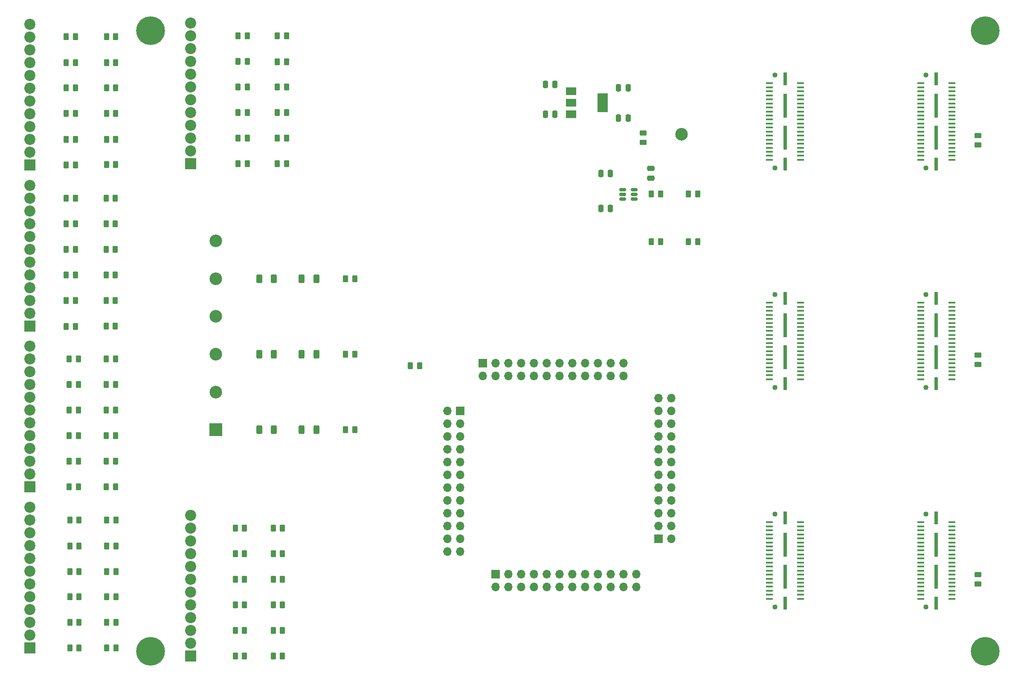
<source format=gbr>
%TF.GenerationSoftware,KiCad,Pcbnew,7.0.7*%
%TF.CreationDate,2023-08-23T16:32:02-04:00*%
%TF.ProjectId,Mux64,4d757836-342e-46b6-9963-61645f706362,rev?*%
%TF.SameCoordinates,Original*%
%TF.FileFunction,Soldermask,Top*%
%TF.FilePolarity,Negative*%
%FSLAX46Y46*%
G04 Gerber Fmt 4.6, Leading zero omitted, Abs format (unit mm)*
G04 Created by KiCad (PCBNEW 7.0.7) date 2023-08-23 16:32:02*
%MOMM*%
%LPD*%
G01*
G04 APERTURE LIST*
G04 Aperture macros list*
%AMRoundRect*
0 Rectangle with rounded corners*
0 $1 Rounding radius*
0 $2 $3 $4 $5 $6 $7 $8 $9 X,Y pos of 4 corners*
0 Add a 4 corners polygon primitive as box body*
4,1,4,$2,$3,$4,$5,$6,$7,$8,$9,$2,$3,0*
0 Add four circle primitives for the rounded corners*
1,1,$1+$1,$2,$3*
1,1,$1+$1,$4,$5*
1,1,$1+$1,$6,$7*
1,1,$1+$1,$8,$9*
0 Add four rect primitives between the rounded corners*
20,1,$1+$1,$2,$3,$4,$5,0*
20,1,$1+$1,$4,$5,$6,$7,0*
20,1,$1+$1,$6,$7,$8,$9,0*
20,1,$1+$1,$8,$9,$2,$3,0*%
G04 Aperture macros list end*
%ADD10R,1.700000X1.700000*%
%ADD11O,1.700000X1.700000*%
%ADD12RoundRect,0.250000X0.262500X0.450000X-0.262500X0.450000X-0.262500X-0.450000X0.262500X-0.450000X0*%
%ADD13R,2.500000X2.500000*%
%ADD14C,2.500000*%
%ADD15RoundRect,0.250000X0.312500X0.625000X-0.312500X0.625000X-0.312500X-0.625000X0.312500X-0.625000X0*%
%ADD16RoundRect,0.250000X0.250000X0.475000X-0.250000X0.475000X-0.250000X-0.475000X0.250000X-0.475000X0*%
%ADD17RoundRect,0.150000X-0.512500X-0.150000X0.512500X-0.150000X0.512500X0.150000X-0.512500X0.150000X0*%
%ADD18RoundRect,0.250000X0.450000X-0.262500X0.450000X0.262500X-0.450000X0.262500X-0.450000X-0.262500X0*%
%ADD19RoundRect,0.250000X-0.250000X-0.475000X0.250000X-0.475000X0.250000X0.475000X-0.250000X0.475000X0*%
%ADD20RoundRect,0.250000X-0.262500X-0.450000X0.262500X-0.450000X0.262500X0.450000X-0.262500X0.450000X0*%
%ADD21RoundRect,0.250000X-0.475000X0.250000X-0.475000X-0.250000X0.475000X-0.250000X0.475000X0.250000X0*%
%ADD22R,2.200000X2.200000*%
%ADD23C,2.200000*%
%ADD24R,2.000000X1.500000*%
%ADD25R,2.000000X3.800000*%
%ADD26C,1.020000*%
%ADD27R,1.450000X0.460000*%
%ADD28R,0.640000X2.540000*%
%ADD29R,0.640000X4.700000*%
%ADD30C,5.700000*%
%ADD31RoundRect,0.250000X-0.450000X0.262500X-0.450000X-0.262500X0.450000X-0.262500X0.450000X0.262500X0*%
G04 APERTURE END LIST*
D10*
%TO.C,J9*%
X185840000Y-129310000D03*
D11*
X188380000Y-129310000D03*
X185840000Y-126770000D03*
X188380000Y-126770000D03*
X185840000Y-124230000D03*
X188380000Y-124230000D03*
X185840000Y-121690000D03*
X188380000Y-121690000D03*
X185840000Y-119150000D03*
X188380000Y-119150000D03*
X185840000Y-116610000D03*
X188380000Y-116610000D03*
X185840000Y-114070000D03*
X188380000Y-114070000D03*
X185840000Y-111530000D03*
X188380000Y-111530000D03*
X185840000Y-108990000D03*
X188380000Y-108990000D03*
X185840000Y-106450000D03*
X188380000Y-106450000D03*
X185840000Y-103910000D03*
X188380000Y-103910000D03*
X185840000Y-101370000D03*
X188380000Y-101370000D03*
%TD*%
D10*
%TO.C,J10*%
X150915000Y-94385000D03*
D11*
X150915000Y-96925000D03*
X153455000Y-94385000D03*
X153455000Y-96925000D03*
X155995000Y-94385000D03*
X155995000Y-96925000D03*
X158535000Y-94385000D03*
X158535000Y-96925000D03*
X161075000Y-94385000D03*
X161075000Y-96925000D03*
X163615000Y-94385000D03*
X163615000Y-96925000D03*
X166155000Y-94385000D03*
X166155000Y-96925000D03*
X168695000Y-94385000D03*
X168695000Y-96925000D03*
X171235000Y-94385000D03*
X171235000Y-96925000D03*
X173775000Y-94385000D03*
X173775000Y-96925000D03*
X176315000Y-94385000D03*
X176315000Y-96925000D03*
X178855000Y-94385000D03*
X178855000Y-96925000D03*
%TD*%
D10*
%TO.C,J8*%
X153455000Y-136295000D03*
D11*
X153455000Y-138835000D03*
X155995000Y-136295000D03*
X155995000Y-138835000D03*
X158535000Y-136295000D03*
X158535000Y-138835000D03*
X161075000Y-136295000D03*
X161075000Y-138835000D03*
X163615000Y-136295000D03*
X163615000Y-138835000D03*
X166155000Y-136295000D03*
X166155000Y-138835000D03*
X168695000Y-136295000D03*
X168695000Y-138835000D03*
X171235000Y-136295000D03*
X171235000Y-138835000D03*
X173775000Y-136295000D03*
X173775000Y-138835000D03*
X176315000Y-136295000D03*
X176315000Y-138835000D03*
X178855000Y-136295000D03*
X178855000Y-138835000D03*
X181395000Y-136295000D03*
X181395000Y-138835000D03*
%TD*%
D10*
%TO.C,J7*%
X146470000Y-103910000D03*
D11*
X143930000Y-103910000D03*
X146470000Y-106450000D03*
X143930000Y-106450000D03*
X146470000Y-108990000D03*
X143930000Y-108990000D03*
X146470000Y-111530000D03*
X143930000Y-111530000D03*
X146470000Y-114070000D03*
X143930000Y-114070000D03*
X146470000Y-116610000D03*
X143930000Y-116610000D03*
X146470000Y-119150000D03*
X143930000Y-119150000D03*
X146470000Y-121690000D03*
X143930000Y-121690000D03*
X146470000Y-124230000D03*
X143930000Y-124230000D03*
X146470000Y-126770000D03*
X143930000Y-126770000D03*
X146470000Y-129310000D03*
X143930000Y-129310000D03*
X146470000Y-131850000D03*
X143930000Y-131850000D03*
%TD*%
D12*
%TO.C,R46*%
X111152500Y-147490000D03*
X109327500Y-147490000D03*
%TD*%
%TO.C,R98*%
X78045000Y-29590000D03*
X76220000Y-29590000D03*
%TD*%
%TO.C,R39*%
X78002500Y-118943600D03*
X76177500Y-118943600D03*
%TD*%
D13*
%TO.C,J12*%
X97920000Y-107640000D03*
D14*
X97920000Y-100140000D03*
X97920000Y-92640000D03*
X97920000Y-85140000D03*
X97920000Y-77640000D03*
X97920000Y-70140000D03*
%TD*%
D15*
%TO.C,R22*%
X109477500Y-77680000D03*
X106552500Y-77680000D03*
%TD*%
D16*
%TO.C,C1*%
X165270000Y-45020000D03*
X163370000Y-45020000D03*
%TD*%
D12*
%TO.C,R108*%
X70052500Y-39750000D03*
X68227500Y-39750000D03*
%TD*%
D17*
%TO.C,U2*%
X178672500Y-59970000D03*
X178672500Y-60920000D03*
X178672500Y-61870000D03*
X180947500Y-61870000D03*
X180947500Y-60920000D03*
X180947500Y-59970000D03*
%TD*%
D18*
%TO.C,R2*%
X249230000Y-49227500D03*
X249230000Y-51052500D03*
%TD*%
D12*
%TO.C,R97*%
X78045000Y-34710000D03*
X76220000Y-34710000D03*
%TD*%
%TO.C,R58*%
X103622500Y-147500000D03*
X101797500Y-147500000D03*
%TD*%
D19*
%TO.C,C3*%
X177870000Y-39720000D03*
X179770000Y-39720000D03*
%TD*%
D12*
%TO.C,R84*%
X70052500Y-71820000D03*
X68227500Y-71820000D03*
%TD*%
%TO.C,R109*%
X70052500Y-34720000D03*
X68227500Y-34720000D03*
%TD*%
%TO.C,R82*%
X70052500Y-81970000D03*
X68227500Y-81970000D03*
%TD*%
%TO.C,R29*%
X70752500Y-140842800D03*
X68927500Y-140842800D03*
%TD*%
D15*
%TO.C,R14*%
X109477500Y-107660000D03*
X106552500Y-107660000D03*
%TD*%
%TO.C,R12*%
X117867500Y-92620000D03*
X114942500Y-92620000D03*
%TD*%
D12*
%TO.C,R70*%
X77970000Y-81940000D03*
X76145000Y-81940000D03*
%TD*%
D20*
%TO.C,R5*%
X191739500Y-70317000D03*
X193564500Y-70317000D03*
%TD*%
D12*
%TO.C,R92*%
X111952500Y-34550000D03*
X110127500Y-34550000D03*
%TD*%
D15*
%TO.C,R11*%
X117867500Y-107660000D03*
X114942500Y-107660000D03*
%TD*%
D12*
%TO.C,R27*%
X70752500Y-151002800D03*
X68927500Y-151002800D03*
%TD*%
%TO.C,R40*%
X111152500Y-152550000D03*
X109327500Y-152550000D03*
%TD*%
D21*
%TO.C,C8*%
X184320000Y-55770000D03*
X184320000Y-57670000D03*
%TD*%
D16*
%TO.C,C5*%
X176270000Y-56720000D03*
X174370000Y-56720000D03*
%TD*%
D12*
%TO.C,R64*%
X77970000Y-87080000D03*
X76145000Y-87080000D03*
%TD*%
%TO.C,R48*%
X111152500Y-137340000D03*
X109327500Y-137340000D03*
%TD*%
%TO.C,R16*%
X78112500Y-145938800D03*
X76287500Y-145938800D03*
%TD*%
%TO.C,R28*%
X70752500Y-145922800D03*
X68927500Y-145922800D03*
%TD*%
%TO.C,R55*%
X70662500Y-98651000D03*
X68837500Y-98651000D03*
%TD*%
%TO.C,R42*%
X78002500Y-108825800D03*
X76177500Y-108825800D03*
%TD*%
%TO.C,R18*%
X78112500Y-135804200D03*
X76287500Y-135804200D03*
%TD*%
D22*
%TO.C,J16*%
X61040000Y-87030000D03*
D23*
X61040000Y-84490000D03*
X61040000Y-81950000D03*
X61040000Y-79410000D03*
X61040000Y-76870000D03*
X61040000Y-74330000D03*
X61040000Y-71790000D03*
X61040000Y-69250000D03*
X61040000Y-66710000D03*
X61040000Y-64170000D03*
X61040000Y-61630000D03*
X61040000Y-59090000D03*
%TD*%
D24*
%TO.C,U1*%
X168420000Y-40420000D03*
X168420000Y-42720000D03*
D25*
X174720000Y-42720000D03*
D24*
X168420000Y-45020000D03*
%TD*%
D12*
%TO.C,R87*%
X111952500Y-54830000D03*
X110127500Y-54830000D03*
%TD*%
D26*
%TO.C,J1*%
X238910000Y-142870000D03*
X238910000Y-124390000D03*
D27*
X237860000Y-141230000D03*
X244040000Y-141230000D03*
X237860000Y-140430000D03*
X244040000Y-140430000D03*
X237860000Y-139630000D03*
X244040000Y-139630000D03*
X237860000Y-138830000D03*
X244040000Y-138830000D03*
X237860000Y-138030000D03*
X244040000Y-138030000D03*
X237860000Y-137230000D03*
X244040000Y-137230000D03*
X237860000Y-136430000D03*
X244040000Y-136430000D03*
X237860000Y-135630000D03*
X244040000Y-135630000D03*
X237860000Y-134830000D03*
X244040000Y-134830000D03*
X237860000Y-134030000D03*
X244040000Y-134030000D03*
X237860000Y-133230000D03*
X244040000Y-133230000D03*
X237860000Y-132430000D03*
X244040000Y-132430000D03*
X237860000Y-131630000D03*
X244040000Y-131630000D03*
X237860000Y-130830000D03*
X244040000Y-130830000D03*
X237860000Y-130030000D03*
X244040000Y-130030000D03*
X237860000Y-129230000D03*
X244040000Y-129230000D03*
X237860000Y-128430000D03*
X244040000Y-128430000D03*
X237860000Y-127630000D03*
X244040000Y-127630000D03*
X237860000Y-126830000D03*
X244040000Y-126830000D03*
X237860000Y-126030000D03*
X244040000Y-126030000D03*
D28*
X240950000Y-142075000D03*
D29*
X240950000Y-136805000D03*
X240950000Y-130455000D03*
D28*
X240950000Y-125185000D03*
%TD*%
D12*
%TO.C,R90*%
X111952500Y-44670000D03*
X110127500Y-44670000D03*
%TD*%
%TO.C,R106*%
X70052500Y-49950000D03*
X68227500Y-49950000D03*
%TD*%
D15*
%TO.C,R21*%
X109477500Y-92620000D03*
X106552500Y-92620000D03*
%TD*%
D18*
%TO.C,R3*%
X249230000Y-94662500D03*
X249230000Y-92837500D03*
%TD*%
D12*
%TO.C,R94*%
X78045000Y-49940000D03*
X76220000Y-49940000D03*
%TD*%
%TO.C,R17*%
X78112500Y-140858800D03*
X76287500Y-140858800D03*
%TD*%
D22*
%TO.C,J13*%
X61030000Y-118970000D03*
D23*
X61030000Y-116430000D03*
X61030000Y-113890000D03*
X61030000Y-111350000D03*
X61030000Y-108810000D03*
X61030000Y-106270000D03*
X61030000Y-103730000D03*
X61030000Y-101190000D03*
X61030000Y-98650000D03*
X61030000Y-96110000D03*
X61030000Y-93570000D03*
X61030000Y-91030000D03*
%TD*%
D14*
%TO.C,TP1*%
X190350000Y-48930000D03*
%TD*%
D30*
%TO.C,H2*%
X85000000Y-151680000D03*
%TD*%
D12*
%TO.C,R59*%
X103622500Y-142400000D03*
X101797500Y-142400000D03*
%TD*%
%TO.C,R107*%
X70052500Y-44850000D03*
X68227500Y-44850000D03*
%TD*%
%TO.C,R23*%
X138380000Y-94920000D03*
X136555000Y-94920000D03*
%TD*%
%TO.C,R103*%
X104182500Y-34520000D03*
X102357500Y-34520000D03*
%TD*%
%TO.C,R54*%
X70662500Y-103733400D03*
X68837500Y-103733400D03*
%TD*%
D16*
%TO.C,C2*%
X165270000Y-39020000D03*
X163370000Y-39020000D03*
%TD*%
D12*
%TO.C,R32*%
X70752500Y-125602800D03*
X68927500Y-125602800D03*
%TD*%
%TO.C,R57*%
X103622500Y-152560000D03*
X101797500Y-152560000D03*
%TD*%
%TO.C,R8*%
X125527500Y-107660000D03*
X123702500Y-107660000D03*
%TD*%
D22*
%TO.C,J11*%
X61022500Y-151001000D03*
D23*
X61022500Y-148461000D03*
X61022500Y-145921000D03*
X61022500Y-143381000D03*
X61022500Y-140841000D03*
X61022500Y-138301000D03*
X61022500Y-135761000D03*
X61022500Y-133221000D03*
X61022500Y-130681000D03*
X61022500Y-128141000D03*
X61022500Y-125601000D03*
X61022500Y-123061000D03*
%TD*%
D12*
%TO.C,R60*%
X103622500Y-137350000D03*
X101797500Y-137350000D03*
%TD*%
%TO.C,R15*%
X78112500Y-151018800D03*
X76287500Y-151018800D03*
%TD*%
D31*
%TO.C,R24*%
X182790000Y-48717500D03*
X182790000Y-50542500D03*
%TD*%
D12*
%TO.C,R85*%
X70052500Y-66740000D03*
X68227500Y-66740000D03*
%TD*%
%TO.C,R50*%
X111152500Y-127160000D03*
X109327500Y-127160000D03*
%TD*%
D30*
%TO.C,H1*%
X250700000Y-151680000D03*
%TD*%
D12*
%TO.C,R30*%
X70752500Y-135788200D03*
X68927500Y-135788200D03*
%TD*%
%TO.C,R62*%
X103622500Y-127170000D03*
X101797500Y-127170000D03*
%TD*%
%TO.C,R6*%
X186223900Y-70317000D03*
X184398900Y-70317000D03*
%TD*%
%TO.C,R99*%
X104182500Y-54800000D03*
X102357500Y-54800000D03*
%TD*%
%TO.C,R20*%
X78112500Y-125618800D03*
X76287500Y-125618800D03*
%TD*%
D15*
%TO.C,R13*%
X117867500Y-77680000D03*
X114942500Y-77680000D03*
%TD*%
D12*
%TO.C,R61*%
X103622500Y-132240000D03*
X101797500Y-132240000D03*
%TD*%
%TO.C,R95*%
X78045000Y-44840000D03*
X76220000Y-44840000D03*
%TD*%
%TO.C,R71*%
X77970000Y-76870000D03*
X76145000Y-76870000D03*
%TD*%
%TO.C,R53*%
X70662500Y-108825800D03*
X68837500Y-108825800D03*
%TD*%
D22*
%TO.C,J18*%
X61050000Y-55030000D03*
D23*
X61050000Y-52490000D03*
X61050000Y-49950000D03*
X61050000Y-47410000D03*
X61050000Y-44870000D03*
X61050000Y-42330000D03*
X61050000Y-39790000D03*
X61050000Y-37250000D03*
X61050000Y-34710000D03*
X61050000Y-32170000D03*
X61050000Y-29630000D03*
X61050000Y-27090000D03*
%TD*%
D26*
%TO.C,J4*%
X208910000Y-55670000D03*
X208910000Y-37190000D03*
D27*
X207860000Y-54030000D03*
X214040000Y-54030000D03*
X207860000Y-53230000D03*
X214040000Y-53230000D03*
X207860000Y-52430000D03*
X214040000Y-52430000D03*
X207860000Y-51630000D03*
X214040000Y-51630000D03*
X207860000Y-50830000D03*
X214040000Y-50830000D03*
X207860000Y-50030000D03*
X214040000Y-50030000D03*
X207860000Y-49230000D03*
X214040000Y-49230000D03*
X207860000Y-48430000D03*
X214040000Y-48430000D03*
X207860000Y-47630000D03*
X214040000Y-47630000D03*
X207860000Y-46830000D03*
X214040000Y-46830000D03*
X207860000Y-46030000D03*
X214040000Y-46030000D03*
X207860000Y-45230000D03*
X214040000Y-45230000D03*
X207860000Y-44430000D03*
X214040000Y-44430000D03*
X207860000Y-43630000D03*
X214040000Y-43630000D03*
X207860000Y-42830000D03*
X214040000Y-42830000D03*
X207860000Y-42030000D03*
X214040000Y-42030000D03*
X207860000Y-41230000D03*
X214040000Y-41230000D03*
X207860000Y-40430000D03*
X214040000Y-40430000D03*
X207860000Y-39630000D03*
X214040000Y-39630000D03*
X207860000Y-38830000D03*
X214040000Y-38830000D03*
D28*
X210950000Y-54875000D03*
D29*
X210950000Y-49605000D03*
X210950000Y-43255000D03*
D28*
X210950000Y-37985000D03*
%TD*%
D12*
%TO.C,R91*%
X111952500Y-39560000D03*
X110127500Y-39560000D03*
%TD*%
%TO.C,R73*%
X77970000Y-66710000D03*
X76145000Y-66710000D03*
%TD*%
%TO.C,R93*%
X111952500Y-29410000D03*
X110127500Y-29410000D03*
%TD*%
%TO.C,R43*%
X78002500Y-103733400D03*
X76177500Y-103733400D03*
%TD*%
%TO.C,R10*%
X125527500Y-77680000D03*
X123702500Y-77680000D03*
%TD*%
%TO.C,R45*%
X78002500Y-93554200D03*
X76177500Y-93554200D03*
%TD*%
%TO.C,R102*%
X104182500Y-39530000D03*
X102357500Y-39530000D03*
%TD*%
D22*
%TO.C,J14*%
X92920000Y-152570000D03*
D23*
X92920000Y-150030000D03*
X92920000Y-147490000D03*
X92920000Y-144950000D03*
X92920000Y-142410000D03*
X92920000Y-139870000D03*
X92920000Y-137330000D03*
X92920000Y-134790000D03*
X92920000Y-132250000D03*
X92920000Y-129710000D03*
X92920000Y-127170000D03*
X92920000Y-124630000D03*
%TD*%
D22*
%TO.C,J17*%
X92920000Y-54800000D03*
D23*
X92920000Y-52260000D03*
X92920000Y-49720000D03*
X92920000Y-47180000D03*
X92920000Y-44640000D03*
X92920000Y-42100000D03*
X92920000Y-39560000D03*
X92920000Y-37020000D03*
X92920000Y-34480000D03*
X92920000Y-31940000D03*
X92920000Y-29400000D03*
X92920000Y-26860000D03*
%TD*%
D12*
%TO.C,R110*%
X70052500Y-29600000D03*
X68227500Y-29600000D03*
%TD*%
%TO.C,R96*%
X78045000Y-39740000D03*
X76220000Y-39740000D03*
%TD*%
D26*
%TO.C,J5*%
X238910000Y-99270000D03*
X238910000Y-80790000D03*
D27*
X237860000Y-97630000D03*
X244040000Y-97630000D03*
X237860000Y-96830000D03*
X244040000Y-96830000D03*
X237860000Y-96030000D03*
X244040000Y-96030000D03*
X237860000Y-95230000D03*
X244040000Y-95230000D03*
X237860000Y-94430000D03*
X244040000Y-94430000D03*
X237860000Y-93630000D03*
X244040000Y-93630000D03*
X237860000Y-92830000D03*
X244040000Y-92830000D03*
X237860000Y-92030000D03*
X244040000Y-92030000D03*
X237860000Y-91230000D03*
X244040000Y-91230000D03*
X237860000Y-90430000D03*
X244040000Y-90430000D03*
X237860000Y-89630000D03*
X244040000Y-89630000D03*
X237860000Y-88830000D03*
X244040000Y-88830000D03*
X237860000Y-88030000D03*
X244040000Y-88030000D03*
X237860000Y-87230000D03*
X244040000Y-87230000D03*
X237860000Y-86430000D03*
X244040000Y-86430000D03*
X237860000Y-85630000D03*
X244040000Y-85630000D03*
X237860000Y-84830000D03*
X244040000Y-84830000D03*
X237860000Y-84030000D03*
X244040000Y-84030000D03*
X237860000Y-83230000D03*
X244040000Y-83230000D03*
X237860000Y-82430000D03*
X244040000Y-82430000D03*
D28*
X240950000Y-98475000D03*
D29*
X240950000Y-93205000D03*
X240950000Y-86855000D03*
D28*
X240950000Y-81585000D03*
%TD*%
D26*
%TO.C,J6*%
X208910000Y-99270000D03*
X208910000Y-80790000D03*
D27*
X207860000Y-97630000D03*
X214040000Y-97630000D03*
X207860000Y-96830000D03*
X214040000Y-96830000D03*
X207860000Y-96030000D03*
X214040000Y-96030000D03*
X207860000Y-95230000D03*
X214040000Y-95230000D03*
X207860000Y-94430000D03*
X214040000Y-94430000D03*
X207860000Y-93630000D03*
X214040000Y-93630000D03*
X207860000Y-92830000D03*
X214040000Y-92830000D03*
X207860000Y-92030000D03*
X214040000Y-92030000D03*
X207860000Y-91230000D03*
X214040000Y-91230000D03*
X207860000Y-90430000D03*
X214040000Y-90430000D03*
X207860000Y-89630000D03*
X214040000Y-89630000D03*
X207860000Y-88830000D03*
X214040000Y-88830000D03*
X207860000Y-88030000D03*
X214040000Y-88030000D03*
X207860000Y-87230000D03*
X214040000Y-87230000D03*
X207860000Y-86430000D03*
X214040000Y-86430000D03*
X207860000Y-85630000D03*
X214040000Y-85630000D03*
X207860000Y-84830000D03*
X214040000Y-84830000D03*
X207860000Y-84030000D03*
X214040000Y-84030000D03*
X207860000Y-83230000D03*
X214040000Y-83230000D03*
X207860000Y-82430000D03*
X214040000Y-82430000D03*
D28*
X210950000Y-98475000D03*
D29*
X210950000Y-93205000D03*
X210950000Y-86855000D03*
D28*
X210950000Y-81585000D03*
%TD*%
D12*
%TO.C,R9*%
X125527500Y-92620000D03*
X123702500Y-92620000D03*
%TD*%
%TO.C,R74*%
X77970000Y-61620000D03*
X76145000Y-61620000D03*
%TD*%
%TO.C,R41*%
X78002500Y-113889000D03*
X76177500Y-113889000D03*
%TD*%
%TO.C,R51*%
X70662500Y-118943600D03*
X68837500Y-118943600D03*
%TD*%
D28*
%TO.C,J2*%
X240950000Y-37985000D03*
D29*
X240950000Y-43255000D03*
X240950000Y-49605000D03*
D28*
X240950000Y-54875000D03*
D27*
X244040000Y-38830000D03*
X237860000Y-38830000D03*
X244040000Y-39630000D03*
X237860000Y-39630000D03*
X244040000Y-40430000D03*
X237860000Y-40430000D03*
X244040000Y-41230000D03*
X237860000Y-41230000D03*
X244040000Y-42030000D03*
X237860000Y-42030000D03*
X244040000Y-42830000D03*
X237860000Y-42830000D03*
X244040000Y-43630000D03*
X237860000Y-43630000D03*
X244040000Y-44430000D03*
X237860000Y-44430000D03*
X244040000Y-45230000D03*
X237860000Y-45230000D03*
X244040000Y-46030000D03*
X237860000Y-46030000D03*
X244040000Y-46830000D03*
X237860000Y-46830000D03*
X244040000Y-47630000D03*
X237860000Y-47630000D03*
X244040000Y-48430000D03*
X237860000Y-48430000D03*
X244040000Y-49230000D03*
X237860000Y-49230000D03*
X244040000Y-50030000D03*
X237860000Y-50030000D03*
X244040000Y-50830000D03*
X237860000Y-50830000D03*
X244040000Y-51630000D03*
X237860000Y-51630000D03*
X244040000Y-52430000D03*
X237860000Y-52430000D03*
X244040000Y-53230000D03*
X237860000Y-53230000D03*
X244040000Y-54030000D03*
X237860000Y-54030000D03*
D26*
X238910000Y-37190000D03*
X238910000Y-55670000D03*
%TD*%
D12*
%TO.C,R52*%
X70662500Y-113889000D03*
X68837500Y-113889000D03*
%TD*%
D26*
%TO.C,J3*%
X208910000Y-142870000D03*
X208910000Y-124390000D03*
D27*
X207860000Y-141230000D03*
X214040000Y-141230000D03*
X207860000Y-140430000D03*
X214040000Y-140430000D03*
X207860000Y-139630000D03*
X214040000Y-139630000D03*
X207860000Y-138830000D03*
X214040000Y-138830000D03*
X207860000Y-138030000D03*
X214040000Y-138030000D03*
X207860000Y-137230000D03*
X214040000Y-137230000D03*
X207860000Y-136430000D03*
X214040000Y-136430000D03*
X207860000Y-135630000D03*
X214040000Y-135630000D03*
X207860000Y-134830000D03*
X214040000Y-134830000D03*
X207860000Y-134030000D03*
X214040000Y-134030000D03*
X207860000Y-133230000D03*
X214040000Y-133230000D03*
X207860000Y-132430000D03*
X214040000Y-132430000D03*
X207860000Y-131630000D03*
X214040000Y-131630000D03*
X207860000Y-130830000D03*
X214040000Y-130830000D03*
X207860000Y-130030000D03*
X214040000Y-130030000D03*
X207860000Y-129230000D03*
X214040000Y-129230000D03*
X207860000Y-128430000D03*
X214040000Y-128430000D03*
X207860000Y-127630000D03*
X214040000Y-127630000D03*
X207860000Y-126830000D03*
X214040000Y-126830000D03*
X207860000Y-126030000D03*
X214040000Y-126030000D03*
D28*
X210950000Y-142075000D03*
D29*
X210950000Y-136805000D03*
X210950000Y-130455000D03*
D28*
X210950000Y-125185000D03*
%TD*%
D20*
%TO.C,R7*%
X191739500Y-60817400D03*
X193564500Y-60817400D03*
%TD*%
D12*
%TO.C,R31*%
X70752500Y-130708200D03*
X68927500Y-130708200D03*
%TD*%
%TO.C,R83*%
X70052500Y-76900000D03*
X68227500Y-76900000D03*
%TD*%
%TO.C,R88*%
X78045000Y-55010000D03*
X76220000Y-55010000D03*
%TD*%
%TO.C,R72*%
X77970000Y-71790000D03*
X76145000Y-71790000D03*
%TD*%
D20*
%TO.C,R4*%
X184398900Y-60817400D03*
X186223900Y-60817400D03*
%TD*%
D30*
%TO.C,H4*%
X250700000Y-28380000D03*
%TD*%
D19*
%TO.C,C4*%
X177870000Y-45720000D03*
X179770000Y-45720000D03*
%TD*%
D12*
%TO.C,R100*%
X104182500Y-49710000D03*
X102357500Y-49710000D03*
%TD*%
%TO.C,R47*%
X111152500Y-142390000D03*
X109327500Y-142390000D03*
%TD*%
%TO.C,R49*%
X111152500Y-132230000D03*
X109327500Y-132230000D03*
%TD*%
%TO.C,R86*%
X70052500Y-61650000D03*
X68227500Y-61650000D03*
%TD*%
D18*
%TO.C,R1*%
X249230000Y-138272500D03*
X249230000Y-136447500D03*
%TD*%
D12*
%TO.C,R104*%
X104182500Y-29380000D03*
X102357500Y-29380000D03*
%TD*%
D30*
%TO.C,H3*%
X85000000Y-28380000D03*
%TD*%
D12*
%TO.C,R19*%
X78112500Y-130724200D03*
X76287500Y-130724200D03*
%TD*%
%TO.C,R44*%
X78002500Y-98651000D03*
X76177500Y-98651000D03*
%TD*%
%TO.C,R101*%
X104182500Y-44640000D03*
X102357500Y-44640000D03*
%TD*%
%TO.C,R89*%
X111952500Y-49740000D03*
X110127500Y-49740000D03*
%TD*%
%TO.C,R56*%
X70662500Y-93554200D03*
X68837500Y-93554200D03*
%TD*%
D16*
%TO.C,C6*%
X176270000Y-63720000D03*
X174370000Y-63720000D03*
%TD*%
D12*
%TO.C,R105*%
X70052500Y-55020000D03*
X68227500Y-55020000D03*
%TD*%
%TO.C,R81*%
X70052500Y-87110000D03*
X68227500Y-87110000D03*
%TD*%
M02*

</source>
